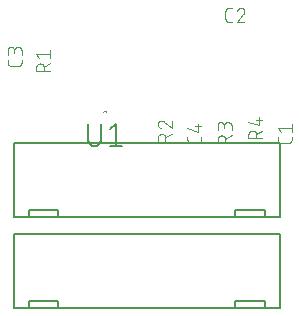
<source format=gbr>
G04 EAGLE Gerber RS-274X export*
G75*
%MOMM*%
%FSLAX34Y34*%
%LPD*%
%INSilkscreen Top*%
%IPPOS*%
%AMOC8*
5,1,8,0,0,1.08239X$1,22.5*%
G01*
%ADD10C,0.101600*%
%ADD11C,0.000000*%
%ADD12C,0.203200*%
%ADD13C,0.127000*%


D10*
X310042Y157031D02*
X310042Y154434D01*
X310040Y154335D01*
X310034Y154235D01*
X310025Y154136D01*
X310012Y154038D01*
X309995Y153940D01*
X309974Y153842D01*
X309949Y153746D01*
X309921Y153651D01*
X309889Y153557D01*
X309854Y153464D01*
X309815Y153372D01*
X309772Y153282D01*
X309727Y153194D01*
X309677Y153107D01*
X309625Y153023D01*
X309569Y152940D01*
X309511Y152860D01*
X309449Y152782D01*
X309384Y152707D01*
X309316Y152634D01*
X309246Y152564D01*
X309173Y152496D01*
X309098Y152431D01*
X309020Y152369D01*
X308940Y152311D01*
X308857Y152255D01*
X308773Y152203D01*
X308686Y152153D01*
X308598Y152108D01*
X308508Y152065D01*
X308416Y152026D01*
X308323Y151991D01*
X308229Y151959D01*
X308134Y151931D01*
X308038Y151906D01*
X307940Y151885D01*
X307842Y151868D01*
X307744Y151855D01*
X307645Y151846D01*
X307545Y151840D01*
X307446Y151838D01*
X300954Y151838D01*
X300855Y151840D01*
X300755Y151846D01*
X300656Y151855D01*
X300558Y151868D01*
X300460Y151886D01*
X300362Y151906D01*
X300266Y151931D01*
X300170Y151959D01*
X300076Y151991D01*
X299983Y152026D01*
X299892Y152065D01*
X299802Y152108D01*
X299713Y152153D01*
X299627Y152203D01*
X299542Y152255D01*
X299460Y152311D01*
X299380Y152370D01*
X299302Y152431D01*
X299226Y152496D01*
X299153Y152564D01*
X299083Y152634D01*
X299015Y152707D01*
X298950Y152783D01*
X298889Y152861D01*
X298830Y152941D01*
X298774Y153023D01*
X298722Y153108D01*
X298673Y153194D01*
X298627Y153283D01*
X298584Y153373D01*
X298545Y153464D01*
X298510Y153557D01*
X298478Y153651D01*
X298450Y153747D01*
X298425Y153843D01*
X298405Y153941D01*
X298387Y154039D01*
X298374Y154137D01*
X298365Y154236D01*
X298359Y154335D01*
X298357Y154435D01*
X298358Y154434D02*
X298358Y157031D01*
X300954Y161396D02*
X298358Y164642D01*
X310042Y164642D01*
X310042Y167887D02*
X310042Y161396D01*
X259301Y254508D02*
X256704Y254508D01*
X256605Y254510D01*
X256505Y254516D01*
X256406Y254525D01*
X256308Y254538D01*
X256210Y254555D01*
X256112Y254576D01*
X256016Y254601D01*
X255921Y254629D01*
X255827Y254661D01*
X255734Y254696D01*
X255642Y254735D01*
X255552Y254778D01*
X255464Y254823D01*
X255377Y254873D01*
X255293Y254925D01*
X255210Y254981D01*
X255130Y255039D01*
X255052Y255101D01*
X254977Y255166D01*
X254904Y255234D01*
X254834Y255304D01*
X254766Y255377D01*
X254701Y255452D01*
X254639Y255530D01*
X254581Y255610D01*
X254525Y255693D01*
X254473Y255777D01*
X254423Y255864D01*
X254378Y255952D01*
X254335Y256042D01*
X254296Y256134D01*
X254261Y256227D01*
X254229Y256321D01*
X254201Y256416D01*
X254176Y256512D01*
X254155Y256610D01*
X254138Y256708D01*
X254125Y256806D01*
X254116Y256905D01*
X254110Y257005D01*
X254108Y257104D01*
X254108Y263596D01*
X254110Y263695D01*
X254116Y263795D01*
X254125Y263894D01*
X254138Y263992D01*
X254155Y264090D01*
X254176Y264188D01*
X254201Y264284D01*
X254229Y264379D01*
X254261Y264473D01*
X254296Y264566D01*
X254335Y264658D01*
X254378Y264748D01*
X254423Y264836D01*
X254473Y264923D01*
X254525Y265007D01*
X254581Y265090D01*
X254639Y265170D01*
X254701Y265248D01*
X254766Y265323D01*
X254834Y265396D01*
X254904Y265466D01*
X254977Y265534D01*
X255052Y265599D01*
X255130Y265661D01*
X255210Y265719D01*
X255293Y265775D01*
X255377Y265827D01*
X255464Y265877D01*
X255552Y265922D01*
X255642Y265965D01*
X255734Y266004D01*
X255826Y266039D01*
X255921Y266071D01*
X256016Y266099D01*
X256112Y266124D01*
X256210Y266145D01*
X256308Y266162D01*
X256406Y266175D01*
X256505Y266184D01*
X256605Y266190D01*
X256704Y266192D01*
X259301Y266192D01*
X267236Y266192D02*
X267343Y266190D01*
X267449Y266184D01*
X267555Y266174D01*
X267661Y266161D01*
X267767Y266143D01*
X267871Y266122D01*
X267975Y266097D01*
X268078Y266068D01*
X268179Y266036D01*
X268279Y265999D01*
X268378Y265959D01*
X268476Y265916D01*
X268572Y265869D01*
X268666Y265818D01*
X268758Y265764D01*
X268848Y265707D01*
X268936Y265647D01*
X269021Y265583D01*
X269104Y265516D01*
X269185Y265446D01*
X269263Y265374D01*
X269339Y265298D01*
X269411Y265220D01*
X269481Y265139D01*
X269548Y265056D01*
X269612Y264971D01*
X269672Y264883D01*
X269729Y264793D01*
X269783Y264701D01*
X269834Y264607D01*
X269881Y264511D01*
X269924Y264413D01*
X269964Y264314D01*
X270001Y264214D01*
X270033Y264113D01*
X270062Y264010D01*
X270087Y263906D01*
X270108Y263802D01*
X270126Y263696D01*
X270139Y263590D01*
X270149Y263484D01*
X270155Y263378D01*
X270157Y263271D01*
X267236Y266192D02*
X267115Y266190D01*
X266994Y266184D01*
X266874Y266174D01*
X266753Y266161D01*
X266634Y266143D01*
X266514Y266122D01*
X266396Y266097D01*
X266279Y266068D01*
X266162Y266035D01*
X266047Y265999D01*
X265933Y265958D01*
X265820Y265915D01*
X265708Y265867D01*
X265599Y265816D01*
X265491Y265761D01*
X265384Y265703D01*
X265280Y265642D01*
X265178Y265577D01*
X265078Y265509D01*
X264980Y265438D01*
X264884Y265364D01*
X264791Y265287D01*
X264701Y265206D01*
X264613Y265123D01*
X264528Y265037D01*
X264445Y264948D01*
X264366Y264857D01*
X264289Y264763D01*
X264216Y264667D01*
X264146Y264569D01*
X264079Y264468D01*
X264015Y264365D01*
X263955Y264260D01*
X263898Y264153D01*
X263844Y264045D01*
X263794Y263935D01*
X263748Y263823D01*
X263705Y263710D01*
X263666Y263595D01*
X269184Y260999D02*
X269263Y261076D01*
X269339Y261157D01*
X269412Y261240D01*
X269482Y261325D01*
X269549Y261413D01*
X269613Y261503D01*
X269673Y261595D01*
X269730Y261690D01*
X269784Y261786D01*
X269835Y261884D01*
X269882Y261984D01*
X269926Y262086D01*
X269966Y262189D01*
X270002Y262293D01*
X270034Y262399D01*
X270063Y262505D01*
X270088Y262613D01*
X270110Y262721D01*
X270127Y262831D01*
X270141Y262940D01*
X270150Y263050D01*
X270156Y263161D01*
X270158Y263271D01*
X269184Y260999D02*
X263666Y254508D01*
X270157Y254508D01*
X105572Y212798D02*
X93888Y212798D01*
X93888Y216044D01*
X93890Y216157D01*
X93896Y216270D01*
X93906Y216383D01*
X93920Y216496D01*
X93937Y216608D01*
X93959Y216719D01*
X93984Y216829D01*
X94014Y216939D01*
X94047Y217047D01*
X94084Y217154D01*
X94124Y217260D01*
X94169Y217364D01*
X94217Y217467D01*
X94268Y217568D01*
X94323Y217667D01*
X94381Y217764D01*
X94443Y217859D01*
X94508Y217952D01*
X94576Y218042D01*
X94647Y218130D01*
X94722Y218216D01*
X94799Y218299D01*
X94879Y218379D01*
X94962Y218456D01*
X95048Y218531D01*
X95136Y218602D01*
X95226Y218670D01*
X95319Y218735D01*
X95414Y218797D01*
X95511Y218855D01*
X95610Y218910D01*
X95711Y218961D01*
X95814Y219009D01*
X95918Y219054D01*
X96024Y219094D01*
X96131Y219131D01*
X96239Y219164D01*
X96349Y219194D01*
X96459Y219219D01*
X96570Y219241D01*
X96682Y219258D01*
X96795Y219272D01*
X96908Y219282D01*
X97021Y219288D01*
X97134Y219290D01*
X97247Y219288D01*
X97360Y219282D01*
X97473Y219272D01*
X97586Y219258D01*
X97698Y219241D01*
X97809Y219219D01*
X97919Y219194D01*
X98029Y219164D01*
X98137Y219131D01*
X98244Y219094D01*
X98350Y219054D01*
X98454Y219009D01*
X98557Y218961D01*
X98658Y218910D01*
X98757Y218855D01*
X98854Y218797D01*
X98949Y218735D01*
X99042Y218670D01*
X99132Y218602D01*
X99220Y218531D01*
X99306Y218456D01*
X99389Y218379D01*
X99469Y218299D01*
X99546Y218216D01*
X99621Y218130D01*
X99692Y218042D01*
X99760Y217952D01*
X99825Y217859D01*
X99887Y217764D01*
X99945Y217667D01*
X100000Y217568D01*
X100051Y217467D01*
X100099Y217364D01*
X100144Y217260D01*
X100184Y217154D01*
X100221Y217047D01*
X100254Y216939D01*
X100284Y216829D01*
X100309Y216719D01*
X100331Y216608D01*
X100348Y216496D01*
X100362Y216383D01*
X100372Y216270D01*
X100378Y216157D01*
X100380Y216044D01*
X100379Y216044D02*
X100379Y212798D01*
X100379Y216693D02*
X105572Y219289D01*
X96484Y224154D02*
X93888Y227400D01*
X105572Y227400D01*
X105572Y230645D02*
X105572Y224154D01*
X196758Y153108D02*
X208442Y153108D01*
X196758Y153108D02*
X196758Y156354D01*
X196760Y156467D01*
X196766Y156580D01*
X196776Y156693D01*
X196790Y156806D01*
X196807Y156918D01*
X196829Y157029D01*
X196854Y157139D01*
X196884Y157249D01*
X196917Y157357D01*
X196954Y157464D01*
X196994Y157570D01*
X197039Y157674D01*
X197087Y157777D01*
X197138Y157878D01*
X197193Y157977D01*
X197251Y158074D01*
X197313Y158169D01*
X197378Y158262D01*
X197446Y158352D01*
X197517Y158440D01*
X197592Y158526D01*
X197669Y158609D01*
X197749Y158689D01*
X197832Y158766D01*
X197918Y158841D01*
X198006Y158912D01*
X198096Y158980D01*
X198189Y159045D01*
X198284Y159107D01*
X198381Y159165D01*
X198480Y159220D01*
X198581Y159271D01*
X198684Y159319D01*
X198788Y159364D01*
X198894Y159404D01*
X199001Y159441D01*
X199109Y159474D01*
X199219Y159504D01*
X199329Y159529D01*
X199440Y159551D01*
X199552Y159568D01*
X199665Y159582D01*
X199778Y159592D01*
X199891Y159598D01*
X200004Y159600D01*
X200117Y159598D01*
X200230Y159592D01*
X200343Y159582D01*
X200456Y159568D01*
X200568Y159551D01*
X200679Y159529D01*
X200789Y159504D01*
X200899Y159474D01*
X201007Y159441D01*
X201114Y159404D01*
X201220Y159364D01*
X201324Y159319D01*
X201427Y159271D01*
X201528Y159220D01*
X201627Y159165D01*
X201724Y159107D01*
X201819Y159045D01*
X201912Y158980D01*
X202002Y158912D01*
X202090Y158841D01*
X202176Y158766D01*
X202259Y158689D01*
X202339Y158609D01*
X202416Y158526D01*
X202491Y158440D01*
X202562Y158352D01*
X202630Y158262D01*
X202695Y158169D01*
X202757Y158074D01*
X202815Y157977D01*
X202870Y157878D01*
X202921Y157777D01*
X202969Y157674D01*
X203014Y157570D01*
X203054Y157464D01*
X203091Y157357D01*
X203124Y157249D01*
X203154Y157139D01*
X203179Y157029D01*
X203201Y156918D01*
X203218Y156806D01*
X203232Y156693D01*
X203242Y156580D01*
X203248Y156467D01*
X203250Y156354D01*
X203249Y156354D02*
X203249Y153108D01*
X203249Y157003D02*
X208442Y159599D01*
X199679Y170955D02*
X199572Y170953D01*
X199466Y170947D01*
X199360Y170937D01*
X199254Y170924D01*
X199148Y170906D01*
X199044Y170885D01*
X198940Y170860D01*
X198837Y170831D01*
X198736Y170799D01*
X198636Y170762D01*
X198537Y170722D01*
X198439Y170679D01*
X198343Y170632D01*
X198249Y170581D01*
X198157Y170527D01*
X198067Y170470D01*
X197979Y170410D01*
X197894Y170346D01*
X197811Y170279D01*
X197730Y170209D01*
X197652Y170137D01*
X197576Y170061D01*
X197504Y169983D01*
X197434Y169902D01*
X197367Y169819D01*
X197303Y169734D01*
X197243Y169646D01*
X197186Y169556D01*
X197132Y169464D01*
X197081Y169370D01*
X197034Y169274D01*
X196991Y169176D01*
X196951Y169077D01*
X196914Y168977D01*
X196882Y168876D01*
X196853Y168773D01*
X196828Y168669D01*
X196807Y168565D01*
X196789Y168459D01*
X196776Y168353D01*
X196766Y168247D01*
X196760Y168141D01*
X196758Y168034D01*
X196760Y167913D01*
X196766Y167792D01*
X196776Y167672D01*
X196789Y167551D01*
X196807Y167432D01*
X196828Y167312D01*
X196853Y167194D01*
X196882Y167077D01*
X196915Y166960D01*
X196951Y166845D01*
X196992Y166731D01*
X197035Y166618D01*
X197083Y166506D01*
X197134Y166397D01*
X197189Y166289D01*
X197247Y166182D01*
X197308Y166078D01*
X197373Y165976D01*
X197441Y165876D01*
X197512Y165778D01*
X197586Y165682D01*
X197663Y165589D01*
X197744Y165499D01*
X197827Y165411D01*
X197913Y165326D01*
X198002Y165243D01*
X198093Y165164D01*
X198187Y165087D01*
X198283Y165014D01*
X198381Y164944D01*
X198482Y164877D01*
X198585Y164813D01*
X198690Y164753D01*
X198797Y164695D01*
X198905Y164642D01*
X199015Y164592D01*
X199127Y164546D01*
X199240Y164503D01*
X199355Y164464D01*
X201951Y169981D02*
X201873Y170060D01*
X201793Y170136D01*
X201710Y170209D01*
X201624Y170279D01*
X201537Y170346D01*
X201446Y170410D01*
X201354Y170470D01*
X201260Y170528D01*
X201163Y170582D01*
X201065Y170632D01*
X200965Y170679D01*
X200864Y170723D01*
X200761Y170763D01*
X200656Y170799D01*
X200551Y170831D01*
X200444Y170860D01*
X200337Y170885D01*
X200228Y170907D01*
X200119Y170924D01*
X200010Y170938D01*
X199900Y170947D01*
X199789Y170953D01*
X199679Y170955D01*
X201951Y169982D02*
X208442Y164464D01*
X208442Y170955D01*
X247558Y151838D02*
X259242Y151838D01*
X247558Y151838D02*
X247558Y155084D01*
X247560Y155197D01*
X247566Y155310D01*
X247576Y155423D01*
X247590Y155536D01*
X247607Y155648D01*
X247629Y155759D01*
X247654Y155869D01*
X247684Y155979D01*
X247717Y156087D01*
X247754Y156194D01*
X247794Y156300D01*
X247839Y156404D01*
X247887Y156507D01*
X247938Y156608D01*
X247993Y156707D01*
X248051Y156804D01*
X248113Y156899D01*
X248178Y156992D01*
X248246Y157082D01*
X248317Y157170D01*
X248392Y157256D01*
X248469Y157339D01*
X248549Y157419D01*
X248632Y157496D01*
X248718Y157571D01*
X248806Y157642D01*
X248896Y157710D01*
X248989Y157775D01*
X249084Y157837D01*
X249181Y157895D01*
X249280Y157950D01*
X249381Y158001D01*
X249484Y158049D01*
X249588Y158094D01*
X249694Y158134D01*
X249801Y158171D01*
X249909Y158204D01*
X250019Y158234D01*
X250129Y158259D01*
X250240Y158281D01*
X250352Y158298D01*
X250465Y158312D01*
X250578Y158322D01*
X250691Y158328D01*
X250804Y158330D01*
X250917Y158328D01*
X251030Y158322D01*
X251143Y158312D01*
X251256Y158298D01*
X251368Y158281D01*
X251479Y158259D01*
X251589Y158234D01*
X251699Y158204D01*
X251807Y158171D01*
X251914Y158134D01*
X252020Y158094D01*
X252124Y158049D01*
X252227Y158001D01*
X252328Y157950D01*
X252427Y157895D01*
X252524Y157837D01*
X252619Y157775D01*
X252712Y157710D01*
X252802Y157642D01*
X252890Y157571D01*
X252976Y157496D01*
X253059Y157419D01*
X253139Y157339D01*
X253216Y157256D01*
X253291Y157170D01*
X253362Y157082D01*
X253430Y156992D01*
X253495Y156899D01*
X253557Y156804D01*
X253615Y156707D01*
X253670Y156608D01*
X253721Y156507D01*
X253769Y156404D01*
X253814Y156300D01*
X253854Y156194D01*
X253891Y156087D01*
X253924Y155979D01*
X253954Y155869D01*
X253979Y155759D01*
X254001Y155648D01*
X254018Y155536D01*
X254032Y155423D01*
X254042Y155310D01*
X254048Y155197D01*
X254050Y155084D01*
X254049Y155084D02*
X254049Y151838D01*
X254049Y155733D02*
X259242Y158329D01*
X259242Y163194D02*
X259242Y166440D01*
X259240Y166553D01*
X259234Y166666D01*
X259224Y166779D01*
X259210Y166892D01*
X259193Y167004D01*
X259171Y167115D01*
X259146Y167225D01*
X259116Y167335D01*
X259083Y167443D01*
X259046Y167550D01*
X259006Y167656D01*
X258961Y167760D01*
X258913Y167863D01*
X258862Y167964D01*
X258807Y168063D01*
X258749Y168160D01*
X258687Y168255D01*
X258622Y168348D01*
X258554Y168438D01*
X258483Y168526D01*
X258408Y168612D01*
X258331Y168695D01*
X258251Y168775D01*
X258168Y168852D01*
X258082Y168927D01*
X257994Y168998D01*
X257904Y169066D01*
X257811Y169131D01*
X257716Y169193D01*
X257619Y169251D01*
X257520Y169306D01*
X257419Y169357D01*
X257316Y169405D01*
X257212Y169450D01*
X257106Y169490D01*
X256999Y169527D01*
X256891Y169560D01*
X256781Y169590D01*
X256671Y169615D01*
X256560Y169637D01*
X256448Y169654D01*
X256335Y169668D01*
X256222Y169678D01*
X256109Y169684D01*
X255996Y169686D01*
X255883Y169684D01*
X255770Y169678D01*
X255657Y169668D01*
X255544Y169654D01*
X255432Y169637D01*
X255321Y169615D01*
X255211Y169590D01*
X255101Y169560D01*
X254993Y169527D01*
X254886Y169490D01*
X254780Y169450D01*
X254676Y169405D01*
X254573Y169357D01*
X254472Y169306D01*
X254373Y169251D01*
X254276Y169193D01*
X254181Y169131D01*
X254088Y169066D01*
X253998Y168998D01*
X253910Y168927D01*
X253824Y168852D01*
X253741Y168775D01*
X253661Y168695D01*
X253584Y168612D01*
X253509Y168526D01*
X253438Y168438D01*
X253370Y168348D01*
X253305Y168255D01*
X253243Y168160D01*
X253185Y168063D01*
X253130Y167964D01*
X253079Y167863D01*
X253031Y167760D01*
X252986Y167656D01*
X252946Y167550D01*
X252909Y167443D01*
X252876Y167335D01*
X252846Y167225D01*
X252821Y167115D01*
X252799Y167004D01*
X252782Y166892D01*
X252768Y166779D01*
X252758Y166666D01*
X252752Y166553D01*
X252750Y166440D01*
X247558Y167089D02*
X247558Y163194D01*
X247558Y167089D02*
X247560Y167190D01*
X247566Y167290D01*
X247576Y167390D01*
X247589Y167490D01*
X247607Y167589D01*
X247628Y167688D01*
X247653Y167785D01*
X247682Y167882D01*
X247715Y167977D01*
X247751Y168071D01*
X247791Y168163D01*
X247834Y168254D01*
X247881Y168343D01*
X247931Y168430D01*
X247985Y168516D01*
X248042Y168599D01*
X248102Y168679D01*
X248165Y168758D01*
X248232Y168834D01*
X248301Y168907D01*
X248373Y168977D01*
X248447Y169045D01*
X248524Y169110D01*
X248604Y169171D01*
X248686Y169230D01*
X248770Y169285D01*
X248856Y169337D01*
X248944Y169386D01*
X249034Y169431D01*
X249126Y169473D01*
X249219Y169511D01*
X249314Y169545D01*
X249409Y169576D01*
X249506Y169603D01*
X249604Y169626D01*
X249703Y169646D01*
X249803Y169661D01*
X249903Y169673D01*
X250003Y169681D01*
X250104Y169685D01*
X250204Y169685D01*
X250305Y169681D01*
X250405Y169673D01*
X250505Y169661D01*
X250605Y169646D01*
X250704Y169626D01*
X250802Y169603D01*
X250899Y169576D01*
X250994Y169545D01*
X251089Y169511D01*
X251182Y169473D01*
X251274Y169431D01*
X251364Y169386D01*
X251452Y169337D01*
X251538Y169285D01*
X251622Y169230D01*
X251704Y169171D01*
X251784Y169110D01*
X251861Y169045D01*
X251935Y168977D01*
X252007Y168907D01*
X252076Y168834D01*
X252143Y168758D01*
X252206Y168679D01*
X252266Y168599D01*
X252323Y168516D01*
X252377Y168430D01*
X252427Y168343D01*
X252474Y168254D01*
X252517Y168163D01*
X252557Y168071D01*
X252593Y167977D01*
X252626Y167882D01*
X252655Y167785D01*
X252680Y167688D01*
X252701Y167589D01*
X252719Y167490D01*
X252732Y167390D01*
X252742Y167290D01*
X252748Y167190D01*
X252750Y167089D01*
X252751Y167089D02*
X252751Y164493D01*
X273548Y155895D02*
X285232Y155895D01*
X273548Y155895D02*
X273548Y159140D01*
X273550Y159253D01*
X273556Y159366D01*
X273566Y159479D01*
X273580Y159592D01*
X273597Y159704D01*
X273619Y159815D01*
X273644Y159925D01*
X273674Y160035D01*
X273707Y160143D01*
X273744Y160250D01*
X273784Y160356D01*
X273829Y160460D01*
X273877Y160563D01*
X273928Y160664D01*
X273983Y160763D01*
X274041Y160860D01*
X274103Y160955D01*
X274168Y161048D01*
X274236Y161138D01*
X274307Y161226D01*
X274382Y161312D01*
X274459Y161395D01*
X274539Y161475D01*
X274622Y161552D01*
X274708Y161627D01*
X274796Y161698D01*
X274886Y161766D01*
X274979Y161831D01*
X275074Y161893D01*
X275171Y161951D01*
X275270Y162006D01*
X275371Y162057D01*
X275474Y162105D01*
X275578Y162150D01*
X275684Y162190D01*
X275791Y162227D01*
X275899Y162260D01*
X276009Y162290D01*
X276119Y162315D01*
X276230Y162337D01*
X276342Y162354D01*
X276455Y162368D01*
X276568Y162378D01*
X276681Y162384D01*
X276794Y162386D01*
X276907Y162384D01*
X277020Y162378D01*
X277133Y162368D01*
X277246Y162354D01*
X277358Y162337D01*
X277469Y162315D01*
X277579Y162290D01*
X277689Y162260D01*
X277797Y162227D01*
X277904Y162190D01*
X278010Y162150D01*
X278114Y162105D01*
X278217Y162057D01*
X278318Y162006D01*
X278417Y161951D01*
X278514Y161893D01*
X278609Y161831D01*
X278702Y161766D01*
X278792Y161698D01*
X278880Y161627D01*
X278966Y161552D01*
X279049Y161475D01*
X279129Y161395D01*
X279206Y161312D01*
X279281Y161226D01*
X279352Y161138D01*
X279420Y161048D01*
X279485Y160955D01*
X279547Y160860D01*
X279605Y160763D01*
X279660Y160664D01*
X279711Y160563D01*
X279759Y160460D01*
X279804Y160356D01*
X279844Y160250D01*
X279881Y160143D01*
X279914Y160035D01*
X279944Y159925D01*
X279969Y159815D01*
X279991Y159704D01*
X280008Y159592D01*
X280022Y159479D01*
X280032Y159366D01*
X280038Y159253D01*
X280040Y159140D01*
X280039Y159140D02*
X280039Y155895D01*
X280039Y159789D02*
X285232Y162386D01*
X282636Y167251D02*
X273548Y169847D01*
X282636Y167251D02*
X282636Y173742D01*
X280039Y171795D02*
X285232Y171795D01*
D11*
X153070Y178508D02*
X152970Y178551D01*
X152868Y178590D01*
X152765Y178625D01*
X152661Y178657D01*
X152555Y178685D01*
X152449Y178710D01*
X152342Y178731D01*
X152234Y178748D01*
X152126Y178761D01*
X152018Y178770D01*
X151909Y178776D01*
X151800Y178778D01*
X151691Y178776D01*
X151582Y178770D01*
X151474Y178761D01*
X151366Y178748D01*
X151258Y178731D01*
X151151Y178710D01*
X151045Y178685D01*
X150939Y178657D01*
X150835Y178625D01*
X150732Y178590D01*
X150630Y178551D01*
X150530Y178508D01*
D12*
X137974Y168267D02*
X137974Y154671D01*
X137976Y154528D01*
X137982Y154385D01*
X137992Y154243D01*
X138005Y154101D01*
X138023Y153959D01*
X138044Y153818D01*
X138069Y153677D01*
X138098Y153537D01*
X138131Y153398D01*
X138168Y153260D01*
X138208Y153123D01*
X138252Y152987D01*
X138300Y152853D01*
X138352Y152720D01*
X138407Y152588D01*
X138466Y152458D01*
X138528Y152329D01*
X138594Y152202D01*
X138663Y152077D01*
X138735Y151954D01*
X138811Y151833D01*
X138890Y151714D01*
X138973Y151597D01*
X139058Y151483D01*
X139147Y151371D01*
X139238Y151261D01*
X139333Y151154D01*
X139431Y151050D01*
X139531Y150948D01*
X139634Y150849D01*
X139740Y150753D01*
X139848Y150660D01*
X139959Y150570D01*
X140072Y150483D01*
X140188Y150399D01*
X140305Y150318D01*
X140425Y150241D01*
X140547Y150167D01*
X140671Y150096D01*
X140797Y150028D01*
X140925Y149964D01*
X141054Y149904D01*
X141185Y149847D01*
X141318Y149794D01*
X141452Y149744D01*
X141587Y149698D01*
X141724Y149656D01*
X141861Y149617D01*
X142000Y149582D01*
X142139Y149551D01*
X142279Y149524D01*
X142420Y149501D01*
X142562Y149481D01*
X142704Y149466D01*
X142846Y149454D01*
X142989Y149446D01*
X143132Y149442D01*
X143274Y149442D01*
X143417Y149446D01*
X143560Y149454D01*
X143702Y149466D01*
X143844Y149481D01*
X143986Y149501D01*
X144127Y149524D01*
X144267Y149551D01*
X144406Y149582D01*
X144545Y149617D01*
X144682Y149656D01*
X144819Y149698D01*
X144954Y149744D01*
X145088Y149794D01*
X145221Y149847D01*
X145352Y149904D01*
X145481Y149964D01*
X145609Y150028D01*
X145735Y150096D01*
X145859Y150167D01*
X145981Y150241D01*
X146101Y150318D01*
X146218Y150399D01*
X146334Y150483D01*
X146447Y150570D01*
X146558Y150660D01*
X146666Y150753D01*
X146772Y150849D01*
X146875Y150948D01*
X146975Y151050D01*
X147073Y151154D01*
X147168Y151261D01*
X147259Y151371D01*
X147348Y151483D01*
X147433Y151597D01*
X147516Y151714D01*
X147595Y151833D01*
X147671Y151954D01*
X147743Y152077D01*
X147812Y152202D01*
X147878Y152329D01*
X147940Y152458D01*
X147999Y152588D01*
X148054Y152720D01*
X148106Y152853D01*
X148154Y152987D01*
X148198Y153123D01*
X148238Y153260D01*
X148275Y153398D01*
X148308Y153537D01*
X148337Y153677D01*
X148362Y153818D01*
X148383Y153959D01*
X148401Y154101D01*
X148414Y154243D01*
X148424Y154385D01*
X148430Y154528D01*
X148432Y154671D01*
X148432Y168267D01*
X156424Y164084D02*
X161653Y168267D01*
X161653Y149442D01*
X156424Y149442D02*
X166883Y149442D01*
D10*
X81442Y219919D02*
X81442Y222516D01*
X81442Y219919D02*
X81440Y219820D01*
X81434Y219720D01*
X81425Y219621D01*
X81412Y219523D01*
X81395Y219425D01*
X81374Y219327D01*
X81349Y219231D01*
X81321Y219136D01*
X81289Y219042D01*
X81254Y218949D01*
X81215Y218857D01*
X81172Y218767D01*
X81127Y218679D01*
X81077Y218592D01*
X81025Y218508D01*
X80969Y218425D01*
X80911Y218345D01*
X80849Y218267D01*
X80784Y218192D01*
X80716Y218119D01*
X80646Y218049D01*
X80573Y217981D01*
X80498Y217916D01*
X80420Y217854D01*
X80340Y217796D01*
X80257Y217740D01*
X80173Y217688D01*
X80086Y217638D01*
X79998Y217593D01*
X79908Y217550D01*
X79816Y217511D01*
X79723Y217476D01*
X79629Y217444D01*
X79534Y217416D01*
X79438Y217391D01*
X79340Y217370D01*
X79242Y217353D01*
X79144Y217340D01*
X79045Y217331D01*
X78945Y217325D01*
X78846Y217323D01*
X72354Y217323D01*
X72354Y217322D02*
X72255Y217324D01*
X72155Y217330D01*
X72056Y217339D01*
X71958Y217352D01*
X71860Y217370D01*
X71762Y217390D01*
X71666Y217415D01*
X71570Y217443D01*
X71476Y217475D01*
X71383Y217510D01*
X71292Y217549D01*
X71202Y217592D01*
X71113Y217637D01*
X71027Y217687D01*
X70942Y217739D01*
X70860Y217795D01*
X70780Y217854D01*
X70702Y217915D01*
X70626Y217980D01*
X70553Y218048D01*
X70483Y218118D01*
X70415Y218191D01*
X70350Y218267D01*
X70289Y218345D01*
X70230Y218425D01*
X70174Y218507D01*
X70122Y218592D01*
X70073Y218678D01*
X70027Y218767D01*
X69984Y218857D01*
X69945Y218948D01*
X69910Y219041D01*
X69878Y219135D01*
X69850Y219231D01*
X69825Y219327D01*
X69805Y219425D01*
X69787Y219523D01*
X69774Y219621D01*
X69765Y219720D01*
X69759Y219819D01*
X69757Y219919D01*
X69758Y219919D02*
X69758Y222516D01*
X81442Y226881D02*
X81442Y230126D01*
X81440Y230239D01*
X81434Y230352D01*
X81424Y230465D01*
X81410Y230578D01*
X81393Y230690D01*
X81371Y230801D01*
X81346Y230911D01*
X81316Y231021D01*
X81283Y231129D01*
X81246Y231236D01*
X81206Y231342D01*
X81161Y231446D01*
X81113Y231549D01*
X81062Y231650D01*
X81007Y231749D01*
X80949Y231846D01*
X80887Y231941D01*
X80822Y232034D01*
X80754Y232124D01*
X80683Y232212D01*
X80608Y232298D01*
X80531Y232381D01*
X80451Y232461D01*
X80368Y232538D01*
X80282Y232613D01*
X80194Y232684D01*
X80104Y232752D01*
X80011Y232817D01*
X79916Y232879D01*
X79819Y232937D01*
X79720Y232992D01*
X79619Y233043D01*
X79516Y233091D01*
X79412Y233136D01*
X79306Y233176D01*
X79199Y233213D01*
X79091Y233246D01*
X78981Y233276D01*
X78871Y233301D01*
X78760Y233323D01*
X78648Y233340D01*
X78535Y233354D01*
X78422Y233364D01*
X78309Y233370D01*
X78196Y233372D01*
X78083Y233370D01*
X77970Y233364D01*
X77857Y233354D01*
X77744Y233340D01*
X77632Y233323D01*
X77521Y233301D01*
X77411Y233276D01*
X77301Y233246D01*
X77193Y233213D01*
X77086Y233176D01*
X76980Y233136D01*
X76876Y233091D01*
X76773Y233043D01*
X76672Y232992D01*
X76573Y232937D01*
X76476Y232879D01*
X76381Y232817D01*
X76288Y232752D01*
X76198Y232684D01*
X76110Y232613D01*
X76024Y232538D01*
X75941Y232461D01*
X75861Y232381D01*
X75784Y232298D01*
X75709Y232212D01*
X75638Y232124D01*
X75570Y232034D01*
X75505Y231941D01*
X75443Y231846D01*
X75385Y231749D01*
X75330Y231650D01*
X75279Y231549D01*
X75231Y231446D01*
X75186Y231342D01*
X75146Y231236D01*
X75109Y231129D01*
X75076Y231021D01*
X75046Y230911D01*
X75021Y230801D01*
X74999Y230690D01*
X74982Y230578D01*
X74968Y230465D01*
X74958Y230352D01*
X74952Y230239D01*
X74950Y230126D01*
X69758Y230776D02*
X69758Y226881D01*
X69758Y230776D02*
X69760Y230877D01*
X69766Y230977D01*
X69776Y231077D01*
X69789Y231177D01*
X69807Y231276D01*
X69828Y231375D01*
X69853Y231472D01*
X69882Y231569D01*
X69915Y231664D01*
X69951Y231758D01*
X69991Y231850D01*
X70034Y231941D01*
X70081Y232030D01*
X70131Y232117D01*
X70185Y232203D01*
X70242Y232286D01*
X70302Y232366D01*
X70365Y232445D01*
X70432Y232521D01*
X70501Y232594D01*
X70573Y232664D01*
X70647Y232732D01*
X70724Y232797D01*
X70804Y232858D01*
X70886Y232917D01*
X70970Y232972D01*
X71056Y233024D01*
X71144Y233073D01*
X71234Y233118D01*
X71326Y233160D01*
X71419Y233198D01*
X71514Y233232D01*
X71609Y233263D01*
X71706Y233290D01*
X71804Y233313D01*
X71903Y233333D01*
X72003Y233348D01*
X72103Y233360D01*
X72203Y233368D01*
X72304Y233372D01*
X72404Y233372D01*
X72505Y233368D01*
X72605Y233360D01*
X72705Y233348D01*
X72805Y233333D01*
X72904Y233313D01*
X73002Y233290D01*
X73099Y233263D01*
X73194Y233232D01*
X73289Y233198D01*
X73382Y233160D01*
X73474Y233118D01*
X73564Y233073D01*
X73652Y233024D01*
X73738Y232972D01*
X73822Y232917D01*
X73904Y232858D01*
X73984Y232797D01*
X74061Y232732D01*
X74135Y232664D01*
X74207Y232594D01*
X74276Y232521D01*
X74343Y232445D01*
X74406Y232366D01*
X74466Y232286D01*
X74523Y232203D01*
X74577Y232117D01*
X74627Y232030D01*
X74674Y231941D01*
X74717Y231850D01*
X74757Y231758D01*
X74793Y231664D01*
X74826Y231569D01*
X74855Y231472D01*
X74880Y231375D01*
X74901Y231276D01*
X74919Y231177D01*
X74932Y231077D01*
X74942Y230977D01*
X74948Y230877D01*
X74950Y230776D01*
X74951Y230776D02*
X74951Y228179D01*
X233632Y157291D02*
X233632Y154694D01*
X233630Y154595D01*
X233624Y154495D01*
X233615Y154396D01*
X233602Y154298D01*
X233585Y154200D01*
X233564Y154102D01*
X233539Y154006D01*
X233511Y153911D01*
X233479Y153817D01*
X233444Y153724D01*
X233405Y153632D01*
X233362Y153542D01*
X233317Y153454D01*
X233267Y153367D01*
X233215Y153283D01*
X233159Y153200D01*
X233101Y153120D01*
X233039Y153042D01*
X232974Y152967D01*
X232906Y152894D01*
X232836Y152824D01*
X232763Y152756D01*
X232688Y152691D01*
X232610Y152629D01*
X232530Y152571D01*
X232447Y152515D01*
X232363Y152463D01*
X232276Y152413D01*
X232188Y152368D01*
X232098Y152325D01*
X232006Y152286D01*
X231913Y152251D01*
X231819Y152219D01*
X231724Y152191D01*
X231628Y152166D01*
X231530Y152145D01*
X231432Y152128D01*
X231334Y152115D01*
X231235Y152106D01*
X231135Y152100D01*
X231036Y152098D01*
X224544Y152098D01*
X224445Y152100D01*
X224345Y152106D01*
X224246Y152115D01*
X224148Y152128D01*
X224050Y152146D01*
X223952Y152166D01*
X223856Y152191D01*
X223760Y152219D01*
X223666Y152251D01*
X223573Y152286D01*
X223482Y152325D01*
X223392Y152368D01*
X223303Y152413D01*
X223217Y152463D01*
X223132Y152515D01*
X223050Y152571D01*
X222970Y152630D01*
X222892Y152691D01*
X222816Y152756D01*
X222743Y152824D01*
X222673Y152894D01*
X222605Y152967D01*
X222540Y153043D01*
X222479Y153121D01*
X222420Y153201D01*
X222364Y153283D01*
X222312Y153368D01*
X222263Y153454D01*
X222217Y153543D01*
X222174Y153633D01*
X222135Y153724D01*
X222100Y153817D01*
X222068Y153911D01*
X222040Y154007D01*
X222015Y154103D01*
X221995Y154201D01*
X221977Y154299D01*
X221964Y154397D01*
X221955Y154496D01*
X221949Y154595D01*
X221947Y154695D01*
X221948Y154694D02*
X221948Y157291D01*
X221948Y164253D02*
X231036Y161656D01*
X231036Y168147D01*
X228439Y166200D02*
X233632Y166200D01*
D13*
X300000Y151800D02*
X300000Y89300D01*
X300000Y151800D02*
X75000Y151800D01*
X75000Y89300D01*
X87500Y89300D01*
X112500Y89300D01*
X112570Y89300D02*
X262500Y89300D01*
X287500Y89300D01*
X300000Y89300D01*
X87500Y89300D02*
X87500Y95250D01*
X112500Y95250D01*
X262500Y95250D02*
X287500Y95250D01*
X287500Y89300D01*
X262500Y89300D02*
X262500Y95250D01*
X112570Y89300D02*
X112500Y89300D01*
X112570Y89300D02*
X112570Y95250D01*
X112500Y95250D01*
X112500Y89300D01*
X300000Y75000D02*
X300000Y12500D01*
X300000Y75000D02*
X75000Y75000D01*
X75000Y12500D01*
X87500Y12500D01*
X112500Y12500D01*
X112570Y12500D02*
X262500Y12500D01*
X287500Y12500D01*
X300000Y12500D01*
X87500Y12500D02*
X87500Y18450D01*
X112500Y18450D01*
X262500Y18450D02*
X287500Y18450D01*
X287500Y12500D01*
X262500Y12500D02*
X262500Y18450D01*
X112570Y12500D02*
X112500Y12500D01*
X112570Y12500D02*
X112570Y18450D01*
X112500Y18450D01*
X112500Y12500D01*
M02*

</source>
